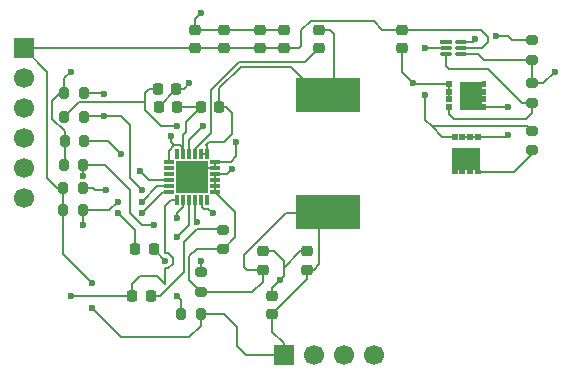
<source format=gbr>
%TF.GenerationSoftware,KiCad,Pcbnew,9.0.2*%
%TF.CreationDate,2025-07-03T13:44:50+05:30*%
%TF.ProjectId,Battery Charger and Protection,42617474-6572-4792-9043-686172676572,rev?*%
%TF.SameCoordinates,Original*%
%TF.FileFunction,Copper,L1,Top*%
%TF.FilePolarity,Positive*%
%FSLAX46Y46*%
G04 Gerber Fmt 4.6, Leading zero omitted, Abs format (unit mm)*
G04 Created by KiCad (PCBNEW 9.0.2) date 2025-07-03 13:44:50*
%MOMM*%
%LPD*%
G01*
G04 APERTURE LIST*
G04 Aperture macros list*
%AMRoundRect*
0 Rectangle with rounded corners*
0 $1 Rounding radius*
0 $2 $3 $4 $5 $6 $7 $8 $9 X,Y pos of 4 corners*
0 Add a 4 corners polygon primitive as box body*
4,1,4,$2,$3,$4,$5,$6,$7,$8,$9,$2,$3,0*
0 Add four circle primitives for the rounded corners*
1,1,$1+$1,$2,$3*
1,1,$1+$1,$4,$5*
1,1,$1+$1,$6,$7*
1,1,$1+$1,$8,$9*
0 Add four rect primitives between the rounded corners*
20,1,$1+$1,$2,$3,$4,$5,0*
20,1,$1+$1,$4,$5,$6,$7,0*
20,1,$1+$1,$6,$7,$8,$9,0*
20,1,$1+$1,$8,$9,$2,$3,0*%
G04 Aperture macros list end*
%TA.AperFunction,SMDPad,CuDef*%
%ADD10RoundRect,0.225000X0.250000X-0.225000X0.250000X0.225000X-0.250000X0.225000X-0.250000X-0.225000X0*%
%TD*%
%TA.AperFunction,SMDPad,CuDef*%
%ADD11RoundRect,0.200000X0.275000X-0.200000X0.275000X0.200000X-0.275000X0.200000X-0.275000X-0.200000X0*%
%TD*%
%TA.AperFunction,SMDPad,CuDef*%
%ADD12RoundRect,0.225000X-0.225000X-0.250000X0.225000X-0.250000X0.225000X0.250000X-0.225000X0.250000X0*%
%TD*%
%TA.AperFunction,SMDPad,CuDef*%
%ADD13RoundRect,0.200000X-0.200000X-0.275000X0.200000X-0.275000X0.200000X0.275000X-0.200000X0.275000X0*%
%TD*%
%TA.AperFunction,SMDPad,CuDef*%
%ADD14RoundRect,0.200000X-0.275000X0.200000X-0.275000X-0.200000X0.275000X-0.200000X0.275000X0.200000X0*%
%TD*%
%TA.AperFunction,SMDPad,CuDef*%
%ADD15RoundRect,0.225000X0.225000X0.250000X-0.225000X0.250000X-0.225000X-0.250000X0.225000X-0.250000X0*%
%TD*%
%TA.AperFunction,ComponentPad*%
%ADD16R,1.700000X1.700000*%
%TD*%
%TA.AperFunction,ComponentPad*%
%ADD17C,1.700000*%
%TD*%
%TA.AperFunction,SMDPad,CuDef*%
%ADD18RoundRect,0.032500X-0.412500X-0.097500X0.412500X-0.097500X0.412500X0.097500X-0.412500X0.097500X0*%
%TD*%
%TA.AperFunction,SMDPad,CuDef*%
%ADD19RoundRect,0.032500X-0.097500X-0.412500X0.097500X-0.412500X0.097500X0.412500X-0.097500X0.412500X0*%
%TD*%
%TA.AperFunction,SMDPad,CuDef*%
%ADD20R,2.700000X2.700000*%
%TD*%
%TA.AperFunction,SMDPad,CuDef*%
%ADD21RoundRect,0.225000X-0.250000X0.225000X-0.250000X-0.225000X0.250000X-0.225000X0.250000X0.225000X0*%
%TD*%
%TA.AperFunction,SMDPad,CuDef*%
%ADD22R,0.500000X0.630000*%
%TD*%
%TA.AperFunction,SMDPad,CuDef*%
%ADD23R,0.500000X0.410000*%
%TD*%
%TA.AperFunction,SMDPad,CuDef*%
%ADD24R,2.450000X1.900000*%
%TD*%
%TA.AperFunction,SMDPad,CuDef*%
%ADD25RoundRect,0.033750X-0.476250X-0.101250X0.476250X-0.101250X0.476250X0.101250X-0.476250X0.101250X0*%
%TD*%
%TA.AperFunction,SMDPad,CuDef*%
%ADD26RoundRect,0.033750X-0.436250X-0.101250X0.436250X-0.101250X0.436250X0.101250X-0.436250X0.101250X0*%
%TD*%
%TA.AperFunction,SMDPad,CuDef*%
%ADD27RoundRect,0.218750X-0.218750X-0.256250X0.218750X-0.256250X0.218750X0.256250X-0.218750X0.256250X0*%
%TD*%
%TA.AperFunction,SMDPad,CuDef*%
%ADD28RoundRect,0.200000X0.200000X0.275000X-0.200000X0.275000X-0.200000X-0.275000X0.200000X-0.275000X0*%
%TD*%
%TA.AperFunction,SMDPad,CuDef*%
%ADD29R,5.400000X2.900000*%
%TD*%
%TA.AperFunction,SMDPad,CuDef*%
%ADD30R,0.630000X0.500000*%
%TD*%
%TA.AperFunction,SMDPad,CuDef*%
%ADD31R,0.410000X0.500000*%
%TD*%
%TA.AperFunction,SMDPad,CuDef*%
%ADD32R,1.900000X2.450000*%
%TD*%
%TA.AperFunction,ViaPad*%
%ADD33C,0.600000*%
%TD*%
%TA.AperFunction,Conductor*%
%ADD34C,0.200000*%
%TD*%
G04 APERTURE END LIST*
D10*
%TO.P,C206,1*%
%TO.N,VCC*%
X70000000Y-66775000D03*
%TO.P,C206,2*%
%TO.N,GND*%
X70000000Y-65225000D03*
%TD*%
D11*
%TO.P,R204,1*%
%TO.N,VCC*%
X62860000Y-65035000D03*
%TO.P,R204,2*%
%TO.N,Net-(D202-A)*%
X62860000Y-63385000D03*
%TD*%
%TO.P,R202,1*%
%TO.N,VCC*%
X61000000Y-68650000D03*
%TO.P,R202,2*%
%TO.N,Net-(D201-A)*%
X61000000Y-67000000D03*
%TD*%
D12*
%TO.P,C207,1*%
%TO.N,/REGN*%
X57389278Y-51464141D03*
%TO.P,C207,2*%
%TO.N,GND*%
X58939278Y-51464141D03*
%TD*%
D13*
%TO.P,R203,1*%
%TO.N,GND*%
X49434116Y-51838595D03*
%TO.P,R203,2*%
%TO.N,Net-(U200-TS)*%
X51084116Y-51838595D03*
%TD*%
D14*
%TO.P,R209,1*%
%TO.N,Net-(U2-V-)*%
X89000000Y-47350000D03*
%TO.P,R209,2*%
%TO.N,GND*%
X89000000Y-49000000D03*
%TD*%
D10*
%TO.P,C205,1*%
%TO.N,VCC*%
X66225000Y-66775000D03*
%TO.P,C205,2*%
%TO.N,GND*%
X66225000Y-65225000D03*
%TD*%
%TO.P,C209,1*%
%TO.N,VCC*%
X67000000Y-70550000D03*
%TO.P,C209,2*%
%TO.N,GND*%
X67000000Y-69000000D03*
%TD*%
D14*
%TO.P,R211,1*%
%TO.N,Net-(U2-COUT)*%
X89000000Y-55000000D03*
%TO.P,R211,2*%
%TO.N,Net-(Q2-Pad5)*%
X89000000Y-56650000D03*
%TD*%
D15*
%TO.P,C208,1*%
%TO.N,VCC*%
X58996887Y-52985536D03*
%TO.P,C208,2*%
%TO.N,GND*%
X57446887Y-52985536D03*
%TD*%
D13*
%TO.P,R201,1*%
%TO.N,/REGN*%
X49434116Y-53838595D03*
%TO.P,R201,2*%
%TO.N,Net-(U200-TS)*%
X51084116Y-53838595D03*
%TD*%
%TO.P,R206,1*%
%TO.N,GND*%
X49384010Y-57905946D03*
%TO.P,R206,2*%
%TO.N,/CE*%
X51034010Y-57905946D03*
%TD*%
D16*
%TO.P,J2,1,Pin_1*%
%TO.N,VCC*%
X46000000Y-48000000D03*
D17*
%TO.P,J2,2,Pin_2*%
%TO.N,GND*%
X46000000Y-50540000D03*
%TO.P,J2,3,Pin_3*%
%TO.N,/SDA*%
X46000000Y-53080000D03*
%TO.P,J2,4,Pin_4*%
%TO.N,/SCL*%
X46000000Y-55620000D03*
%TO.P,J2,5,Pin_5*%
%TO.N,/INT*%
X46000000Y-58160000D03*
%TO.P,J2,6,Pin_6*%
%TO.N,/CE*%
X46000000Y-60700000D03*
%TD*%
D18*
%TO.P,U200,1,VBUS*%
%TO.N,VCC*%
X58305000Y-57695000D03*
%TO.P,U200,2,D+*%
%TO.N,/BC_D_P*%
X58305000Y-58195000D03*
%TO.P,U200,3,D-*%
%TO.N,/BC_D_M*%
X58305000Y-58695000D03*
%TO.P,U200,4,STAT*%
%TO.N,Net-(D201-K)*%
X58305000Y-59195000D03*
%TO.P,U200,5,SCL*%
%TO.N,/SCL*%
X58305000Y-59695000D03*
%TO.P,U200,6,SDA*%
%TO.N,/SDA*%
X58305000Y-60195000D03*
D19*
%TO.P,U200,7,INT*%
%TO.N,/INT*%
X59000000Y-60890000D03*
%TO.P,U200,8,OTG*%
%TO.N,Net-(U200-OTG)*%
X59500000Y-60890000D03*
%TO.P,U200,9,~{CE}*%
%TO.N,/CE*%
X60000000Y-60890000D03*
%TO.P,U200,10,ILIM*%
%TO.N,Net-(U200-ILIM)*%
X60500000Y-60890000D03*
%TO.P,U200,11,TS*%
%TO.N,Net-(U200-TS)*%
X61000000Y-60890000D03*
%TO.P,U200,12,~{QON}*%
%TO.N,unconnected-(U200-~{QON}-Pad12)*%
X61500000Y-60890000D03*
D18*
%TO.P,U200,13,BAT_13*%
%TO.N,VCC*%
X62195000Y-60195000D03*
%TO.P,U200,14,BAT_14*%
X62195000Y-59695000D03*
%TO.P,U200,15,SYS*%
X62195000Y-59195000D03*
%TO.P,U200,16,SYS*%
X62195000Y-58695000D03*
%TO.P,U200,17,PGND*%
%TO.N,GND*%
X62195000Y-58195000D03*
%TO.P,U200,18,PGND*%
X62195000Y-57695000D03*
D19*
%TO.P,U200,19,SW*%
%TO.N,Net-(D200-A)*%
X61500000Y-57000000D03*
%TO.P,U200,20,SW*%
X61000000Y-57000000D03*
%TO.P,U200,21,BTST*%
%TO.N,Net-(U200-BTST)*%
X60500000Y-57000000D03*
%TO.P,U200,22,REGN*%
%TO.N,/REGN*%
X60000000Y-57000000D03*
%TO.P,U200,23,PMID*%
%TO.N,VCC*%
X59500000Y-57000000D03*
%TO.P,U200,24,DSEL*%
%TO.N,unconnected-(U200-DSEL-Pad24)*%
X59000000Y-57000000D03*
D20*
%TO.P,U200,25,PowerPAD*%
%TO.N,GND*%
X60250000Y-58945000D03*
%TD*%
D11*
%TO.P,R210,1*%
%TO.N,Net-(U2-DOUT)*%
X89000000Y-52650000D03*
%TO.P,R210,2*%
%TO.N,GND*%
X89000000Y-51000000D03*
%TD*%
D10*
%TO.P,C201,1*%
%TO.N,VCC*%
X62980000Y-48000000D03*
%TO.P,C201,2*%
%TO.N,GND*%
X62980000Y-46450000D03*
%TD*%
D21*
%TO.P,C210,1*%
%TO.N,VCC*%
X78000000Y-46450000D03*
%TO.P,C210,2*%
%TO.N,GND*%
X78000000Y-48000000D03*
%TD*%
D10*
%TO.P,C203,1*%
%TO.N,VCC*%
X68000000Y-48000000D03*
%TO.P,C203,2*%
%TO.N,GND*%
X68000000Y-46450000D03*
%TD*%
D22*
%TO.P,Q2,1*%
%TO.N,Net-(Q1-Pad5)*%
X84430000Y-55540000D03*
%TO.P,Q2,2*%
X83780000Y-55540000D03*
%TO.P,Q2,3*%
X83130000Y-55540000D03*
%TO.P,Q2,4*%
%TO.N,Net-(U2-COUT)*%
X82480000Y-55540000D03*
D23*
%TO.P,Q2,5*%
%TO.N,Net-(Q2-Pad5)*%
X82480000Y-58520000D03*
%TO.P,Q2,6*%
X83130000Y-58520000D03*
%TO.P,Q2,7*%
X83780000Y-58520000D03*
%TO.P,Q2,8*%
X84430000Y-58520000D03*
D24*
%TO.P,Q2,9*%
X83455000Y-57365000D03*
%TD*%
D25*
%TO.P,U2,1,NC*%
%TO.N,unconnected-(U2-NC-Pad1)*%
X81780000Y-47500000D03*
D26*
%TO.P,U2,2,COUT*%
%TO.N,Net-(U2-COUT)*%
X81740000Y-48000000D03*
%TO.P,U2,3,DOUT*%
%TO.N,Net-(U2-DOUT)*%
X81740000Y-48500000D03*
%TO.P,U2,4,VSS*%
%TO.N,GND*%
X83000000Y-48500000D03*
%TO.P,U2,5,BAT*%
%TO.N,VCC*%
X83000000Y-48000000D03*
%TO.P,U2,6,V-*%
%TO.N,Net-(U2-V-)*%
X83000000Y-47500000D03*
%TD*%
D13*
%TO.P,R208,1*%
%TO.N,VCC*%
X49342089Y-61754104D03*
%TO.P,R208,2*%
%TO.N,/SCL*%
X50992089Y-61754104D03*
%TD*%
D16*
%TO.P,J6,1,Pin_1*%
%TO.N,VCC*%
X68000000Y-74000000D03*
D17*
%TO.P,J6,2,Pin_2*%
%TO.N,GND*%
X70540000Y-74000000D03*
%TO.P,J6,3,Pin_3*%
X73080000Y-74000000D03*
%TO.P,J6,4,Pin_4*%
X75620000Y-74000000D03*
%TD*%
D27*
%TO.P,D202,1,K*%
%TO.N,/INT*%
X55212500Y-69000000D03*
%TO.P,D202,2,A*%
%TO.N,Net-(D202-A)*%
X56787500Y-69000000D03*
%TD*%
D13*
%TO.P,R207,1*%
%TO.N,VCC*%
X49353315Y-59832228D03*
%TO.P,R207,2*%
%TO.N,/SDA*%
X51003315Y-59832228D03*
%TD*%
D10*
%TO.P,C200,1*%
%TO.N,VCC*%
X60470000Y-48000000D03*
%TO.P,C200,2*%
%TO.N,GND*%
X60470000Y-46450000D03*
%TD*%
%TO.P,C202,1*%
%TO.N,VCC*%
X66000000Y-48000000D03*
%TO.P,C202,2*%
%TO.N,GND*%
X66000000Y-46450000D03*
%TD*%
D13*
%TO.P,R200,1*%
%TO.N,GND*%
X49457161Y-55838595D03*
%TO.P,R200,2*%
%TO.N,Net-(U200-ILIM)*%
X51107161Y-55838595D03*
%TD*%
D28*
%TO.P,R205,1*%
%TO.N,VCC*%
X60989051Y-70556827D03*
%TO.P,R205,2*%
%TO.N,Net-(U200-OTG)*%
X59339051Y-70556827D03*
%TD*%
D10*
%TO.P,C204,1*%
%TO.N,Net-(U200-BTST)*%
X71000000Y-48000000D03*
%TO.P,C204,2*%
%TO.N,Net-(D200-A)*%
X71000000Y-46450000D03*
%TD*%
D29*
%TO.P,L200,1,1*%
%TO.N,Net-(D200-A)*%
X71760000Y-51970000D03*
%TO.P,L200,2,2*%
%TO.N,VCC*%
X71760000Y-61870000D03*
%TD*%
D27*
%TO.P,D201,1,K*%
%TO.N,Net-(D201-K)*%
X55425000Y-65000000D03*
%TO.P,D201,2,A*%
%TO.N,Net-(D201-A)*%
X57000000Y-65000000D03*
%TD*%
D30*
%TO.P,Q1,1*%
%TO.N,GND*%
X82020000Y-51050000D03*
%TO.P,Q1,2*%
X82020000Y-51700000D03*
%TO.P,Q1,3*%
X82020000Y-52350000D03*
%TO.P,Q1,4*%
%TO.N,Net-(U2-DOUT)*%
X82020000Y-53000000D03*
D31*
%TO.P,Q1,5*%
%TO.N,Net-(Q1-Pad5)*%
X85000000Y-53000000D03*
%TO.P,Q1,6*%
X85000000Y-52350000D03*
%TO.P,Q1,7*%
X85000000Y-51700000D03*
%TO.P,Q1,8*%
X85000000Y-51050000D03*
D32*
%TO.P,Q1,9*%
X83845000Y-52025000D03*
%TD*%
D27*
%TO.P,D200,1,K*%
%TO.N,VCC*%
X61000000Y-53000000D03*
%TO.P,D200,2,A*%
%TO.N,Net-(D200-A)*%
X62575000Y-53000000D03*
%TD*%
D33*
%TO.N,GND*%
X60210000Y-58110000D03*
X59410000Y-58910000D03*
X60270000Y-59720000D03*
X64000000Y-56000000D03*
X79000000Y-51000000D03*
X91000000Y-50000000D03*
X60980000Y-58110000D03*
X67729692Y-67609692D03*
X60990000Y-58920000D03*
X59460000Y-59710000D03*
X60220000Y-58920000D03*
X61040000Y-59720000D03*
X50000000Y-50000000D03*
X59400000Y-58100000D03*
X61000000Y-45000000D03*
X60000000Y-51000000D03*
%TO.N,VCC*%
X58465421Y-55487872D03*
X51790000Y-67880000D03*
X51810000Y-70020000D03*
X63655868Y-58261714D03*
%TO.N,/CE*%
X59000000Y-64000000D03*
X57000000Y-63000000D03*
X51046232Y-58857228D03*
%TO.N,/INT*%
X50000000Y-69000000D03*
%TO.N,/SDA*%
X56000000Y-62000000D03*
X53000000Y-60000000D03*
%TO.N,/SCL*%
X50992089Y-63000000D03*
X54000000Y-61000000D03*
X56000000Y-61000000D03*
%TO.N,/REGN*%
X58998442Y-54618753D03*
X61150016Y-54625784D03*
%TO.N,Net-(U2-COUT)*%
X80000000Y-48000000D03*
X80000000Y-52000000D03*
%TO.N,Net-(U2-V-)*%
X84254483Y-47254483D03*
X86000000Y-47000000D03*
%TO.N,Net-(Q1-Pad5)*%
X87000000Y-53000000D03*
X87010000Y-55370000D03*
%TO.N,Net-(D201-A)*%
X61000000Y-66000000D03*
X58000000Y-66000000D03*
%TO.N,Net-(D201-K)*%
X55857817Y-58410929D03*
X54000000Y-62000000D03*
%TO.N,Net-(U200-ILIM)*%
X54254683Y-56994525D03*
X60715634Y-62696097D03*
%TO.N,Net-(U200-TS)*%
X56000000Y-60000000D03*
X52785144Y-53785144D03*
X62000000Y-62000000D03*
X52785144Y-51893327D03*
%TO.N,Net-(U200-OTG)*%
X59000000Y-62400000D03*
X59000000Y-69000000D03*
%TD*%
D34*
%TO.N,GND*%
X89000000Y-51000000D02*
X90000000Y-51000000D01*
X49061405Y-51838595D02*
X48401000Y-52499000D01*
X49457161Y-55050704D02*
X49457161Y-55838595D01*
X66000000Y-46450000D02*
X68000000Y-46450000D01*
X49434116Y-51838595D02*
X49434116Y-50565884D01*
X63519286Y-57660714D02*
X62229286Y-57660714D01*
X78000000Y-50000000D02*
X79000000Y-51000000D01*
X82020000Y-51700000D02*
X82020000Y-52350000D01*
X64000000Y-57180000D02*
X63519286Y-57660714D01*
X70000000Y-65225000D02*
X69413288Y-65225000D01*
X60470000Y-45530000D02*
X61000000Y-45000000D01*
X49434116Y-51838595D02*
X49061405Y-51838595D01*
X85000000Y-49000000D02*
X89000000Y-49000000D01*
X83000000Y-48500000D02*
X84500000Y-48500000D01*
X67225000Y-65225000D02*
X68000000Y-66000000D01*
X49457161Y-57832795D02*
X49384010Y-57905946D01*
X62195000Y-57695000D02*
X62195000Y-58195000D01*
X66225000Y-65225000D02*
X67225000Y-65225000D01*
X90000000Y-51000000D02*
X91000000Y-50000000D01*
X57446887Y-52956532D02*
X58939278Y-51464141D01*
X48401000Y-53994543D02*
X49457161Y-55050704D01*
X62229286Y-57660714D02*
X62195000Y-57695000D01*
X67729692Y-67609692D02*
X67000000Y-68339384D01*
X62980000Y-46450000D02*
X66000000Y-46450000D01*
X49457161Y-55838595D02*
X49457161Y-57832795D01*
X61000000Y-58195000D02*
X60250000Y-58945000D01*
X58939278Y-51464141D02*
X59535859Y-51464141D01*
X68000000Y-67339384D02*
X67729692Y-67609692D01*
X68000000Y-66638288D02*
X68000000Y-67339384D01*
X82020000Y-51050000D02*
X82020000Y-51700000D01*
X79050000Y-51050000D02*
X82020000Y-51050000D01*
X69413288Y-65225000D02*
X68000000Y-66638288D01*
X57446887Y-52985536D02*
X57446887Y-52956532D01*
X68000000Y-66000000D02*
X68000000Y-66638288D01*
X49434116Y-50565884D02*
X50000000Y-50000000D01*
X67000000Y-68339384D02*
X67000000Y-69000000D01*
X48401000Y-52499000D02*
X48401000Y-53994543D01*
X60470000Y-46450000D02*
X60470000Y-45530000D01*
X60470000Y-46450000D02*
X62980000Y-46450000D01*
X59535859Y-51464141D02*
X60000000Y-51000000D01*
X62195000Y-58195000D02*
X61000000Y-58195000D01*
X79000000Y-51000000D02*
X79050000Y-51050000D01*
X64000000Y-56000000D02*
X64000000Y-57180000D01*
X89000000Y-49000000D02*
X89000000Y-51000000D01*
X84500000Y-48500000D02*
X85000000Y-49000000D01*
X78000000Y-48000000D02*
X78000000Y-50000000D01*
%TO.N,VCC*%
X67000000Y-72020000D02*
X67000000Y-70550000D01*
X76380000Y-46450000D02*
X75629000Y-45699000D01*
X71010000Y-66330000D02*
X71010000Y-65785000D01*
X70000000Y-67550000D02*
X70000000Y-66775000D01*
X63920000Y-61920000D02*
X63920000Y-64010000D01*
X62860000Y-65035000D02*
X62490000Y-65035000D01*
X59500000Y-55339836D02*
X59500000Y-57000000D01*
X58465421Y-55955963D02*
X58763458Y-56254000D01*
X70301000Y-45699000D02*
X69520000Y-46480000D01*
X58305000Y-56712458D02*
X58305000Y-57695000D01*
X54250000Y-72460000D02*
X60030000Y-72460000D01*
X71000000Y-65775000D02*
X71000000Y-62630000D01*
X62195000Y-59195000D02*
X62195000Y-58695000D01*
X71000000Y-62630000D02*
X71760000Y-61870000D01*
X51810000Y-70020000D02*
X54250000Y-72460000D01*
X69320000Y-48020000D02*
X69300000Y-48000000D01*
X49342089Y-65432089D02*
X51790000Y-67880000D01*
X62455000Y-65000000D02*
X60650000Y-65000000D01*
X69520000Y-47820000D02*
X69320000Y-48020000D01*
X68224890Y-62000000D02*
X65449000Y-64775890D01*
X60470000Y-48000000D02*
X62980000Y-48000000D01*
X71010000Y-65785000D02*
X71000000Y-65775000D01*
X62195000Y-60195000D02*
X62195000Y-59695000D01*
X68000000Y-73020000D02*
X67000000Y-72020000D01*
X46000000Y-48000000D02*
X60470000Y-48000000D01*
X85306262Y-47071870D02*
X85306262Y-47528903D01*
X60000000Y-67650000D02*
X61000000Y-68650000D01*
X48000000Y-59000000D02*
X48000000Y-50000000D01*
X62195000Y-58695000D02*
X63222582Y-58695000D01*
X49353315Y-61742878D02*
X49342089Y-61754104D01*
X62930000Y-65000000D02*
X62895000Y-65000000D01*
X64925000Y-66775000D02*
X66225000Y-66775000D01*
X59500000Y-57000000D02*
X59500000Y-56517458D01*
X64050000Y-73240000D02*
X64050000Y-71660000D01*
X59500000Y-56517458D02*
X59236542Y-56254000D01*
X62195000Y-59695000D02*
X62195000Y-59195000D01*
X64680000Y-65530000D02*
X64680000Y-66530000D01*
X75629000Y-45699000D02*
X70301000Y-45699000D01*
X62490000Y-65035000D02*
X62455000Y-65000000D01*
X65434110Y-64775890D02*
X64680000Y-65530000D01*
X62980000Y-48000000D02*
X66000000Y-48000000D01*
X59236542Y-56254000D02*
X58763458Y-56254000D01*
X60030000Y-72460000D02*
X60989051Y-71500949D01*
X68000000Y-74000000D02*
X64810000Y-74000000D01*
X63222582Y-58695000D02*
X63655868Y-58261714D01*
X69300000Y-48000000D02*
X68000000Y-48000000D01*
X78000000Y-46450000D02*
X76380000Y-46450000D01*
X70565000Y-66775000D02*
X71010000Y-66330000D01*
X65363859Y-68650000D02*
X61000000Y-68650000D01*
X69520000Y-46480000D02*
X69520000Y-47820000D01*
X49353315Y-59832228D02*
X48832228Y-59832228D01*
X78000000Y-46450000D02*
X84684392Y-46450000D01*
X61000000Y-53000000D02*
X59011351Y-53000000D01*
X49353315Y-59832228D02*
X49353315Y-61742878D01*
X58763458Y-56254000D02*
X58305000Y-56712458D01*
X68000000Y-74000000D02*
X68000000Y-73020000D01*
X66225000Y-66775000D02*
X66225000Y-67788859D01*
X84684392Y-46450000D02*
X85306262Y-47071870D01*
X84835165Y-48000000D02*
X83000000Y-48000000D01*
X58465421Y-55487872D02*
X58465421Y-55955963D01*
X48832228Y-59832228D02*
X48000000Y-59000000D01*
X71760000Y-61870000D02*
X71630000Y-62000000D01*
X64680000Y-66530000D02*
X64925000Y-66775000D01*
X67000000Y-70550000D02*
X70000000Y-67550000D01*
X70000000Y-66775000D02*
X70565000Y-66775000D01*
X62895000Y-65000000D02*
X62860000Y-65035000D01*
X59011351Y-53000000D02*
X58996887Y-52985536D01*
X66225000Y-67788859D02*
X65363859Y-68650000D01*
X59704685Y-55135151D02*
X59500000Y-55339836D01*
X71630000Y-62000000D02*
X68224890Y-62000000D01*
X60989051Y-71500949D02*
X60989051Y-70556827D01*
X64810000Y-74000000D02*
X64050000Y-73240000D01*
X48000000Y-50000000D02*
X46000000Y-48000000D01*
X59704685Y-54295315D02*
X59704685Y-55135151D01*
X65449000Y-64775890D02*
X65434110Y-64775890D01*
X62195000Y-60195000D02*
X63920000Y-61920000D01*
X61000000Y-53000000D02*
X59704685Y-54295315D01*
X85306262Y-47528903D02*
X84835165Y-48000000D01*
X63920000Y-64010000D02*
X62930000Y-65000000D01*
X60650000Y-65000000D02*
X60000000Y-65650000D01*
X60000000Y-65650000D02*
X60000000Y-67650000D01*
X64050000Y-71660000D02*
X62946827Y-70556827D01*
X62946827Y-70556827D02*
X60989051Y-70556827D01*
X49342089Y-61754104D02*
X49342089Y-65432089D01*
X66000000Y-48000000D02*
X68000000Y-48000000D01*
%TO.N,/CE*%
X55000000Y-60000000D02*
X52905946Y-57905946D01*
X51046232Y-57918168D02*
X51034010Y-57905946D01*
X52905946Y-57905946D02*
X51034010Y-57905946D01*
X60000000Y-63000000D02*
X60000000Y-60890000D01*
X51034010Y-57905946D02*
X51034010Y-57514583D01*
X56000000Y-63000000D02*
X55000000Y-62000000D01*
X55000000Y-62000000D02*
X55000000Y-60000000D01*
X57000000Y-63000000D02*
X56000000Y-63000000D01*
X51046232Y-58857228D02*
X51046232Y-57918168D01*
X59000000Y-64000000D02*
X60000000Y-63000000D01*
%TO.N,/INT*%
X55212500Y-69000000D02*
X55212500Y-67957500D01*
X55860000Y-67310000D02*
X57310000Y-67310000D01*
X55212500Y-67957500D02*
X55860000Y-67310000D01*
X58000000Y-61400000D02*
X58510000Y-60890000D01*
X58248943Y-65399000D02*
X58000000Y-65399000D01*
X58000000Y-65399000D02*
X58000000Y-61400000D01*
X50000000Y-69000000D02*
X55212500Y-69000000D01*
X58601000Y-66248943D02*
X58601000Y-65751057D01*
X57310000Y-67310000D02*
X58000000Y-68000000D01*
X58000000Y-68000000D02*
X58000000Y-66601000D01*
X58000000Y-66601000D02*
X58248943Y-66601000D01*
X58510000Y-60890000D02*
X59000000Y-60890000D01*
X58248943Y-66601000D02*
X58601000Y-66248943D01*
X58601000Y-65751057D02*
X58248943Y-65399000D01*
%TO.N,/SDA*%
X57805000Y-60195000D02*
X58305000Y-60195000D01*
X51832228Y-59832228D02*
X51003315Y-59832228D01*
X53000000Y-60000000D02*
X52000000Y-60000000D01*
X56000000Y-62000000D02*
X57805000Y-60195000D01*
X52000000Y-60000000D02*
X51832228Y-59832228D01*
%TO.N,/SCL*%
X50992089Y-63000000D02*
X50992089Y-61754104D01*
X54000000Y-61000000D02*
X53245896Y-61754104D01*
X56000000Y-61000000D02*
X57305000Y-59695000D01*
X53245896Y-61754104D02*
X50992089Y-61754104D01*
X57305000Y-59695000D02*
X58305000Y-59695000D01*
%TO.N,/REGN*%
X56238824Y-52614595D02*
X56238824Y-51841176D01*
X57618753Y-54618753D02*
X58998442Y-54618753D01*
X56238824Y-51841176D02*
X56615859Y-51464141D01*
X56238824Y-53238824D02*
X57599000Y-54599000D01*
X56615859Y-51464141D02*
X57389278Y-51464141D01*
X60000000Y-55775800D02*
X60000000Y-57000000D01*
X50658116Y-52614595D02*
X56238824Y-52614595D01*
X61150016Y-54625784D02*
X60000000Y-55775800D01*
X56238824Y-52614595D02*
X56238824Y-53238824D01*
X49434116Y-53838595D02*
X50658116Y-52614595D01*
X57599000Y-54599000D02*
X57618753Y-54618753D01*
%TO.N,Net-(U2-DOUT)*%
X89000000Y-52650000D02*
X88150000Y-52650000D01*
X82040000Y-49800000D02*
X81740000Y-49500000D01*
X89000000Y-53540000D02*
X88540000Y-54000000D01*
X88150000Y-52650000D02*
X85300000Y-49800000D01*
X81740000Y-49500000D02*
X81740000Y-48500000D01*
X82420000Y-54000000D02*
X82020000Y-53600000D01*
X82020000Y-53600000D02*
X82020000Y-53000000D01*
X89000000Y-52650000D02*
X89000000Y-53540000D01*
X85300000Y-49800000D02*
X82040000Y-49800000D01*
X88540000Y-54000000D02*
X82420000Y-54000000D01*
%TO.N,Net-(U2-COUT)*%
X89000000Y-55000000D02*
X88615000Y-54615000D01*
X88615000Y-54615000D02*
X80535000Y-54615000D01*
X80000000Y-54080000D02*
X80000000Y-52000000D01*
X80535000Y-54615000D02*
X80000000Y-54080000D01*
X82480000Y-55540000D02*
X81460000Y-55540000D01*
X80000000Y-48000000D02*
X81740000Y-48000000D01*
X81460000Y-55540000D02*
X80535000Y-54615000D01*
%TO.N,Net-(U2-V-)*%
X83000000Y-47500000D02*
X84008965Y-47500000D01*
X87350000Y-47350000D02*
X89000000Y-47350000D01*
X86000000Y-47000000D02*
X87000000Y-47000000D01*
X84008965Y-47500000D02*
X84254483Y-47254483D01*
X84254483Y-47254483D02*
X84282808Y-47226157D01*
X87000000Y-47000000D02*
X87350000Y-47350000D01*
%TO.N,Net-(Q1-Pad5)*%
X86840000Y-55540000D02*
X87010000Y-55370000D01*
X87000000Y-53000000D02*
X85000000Y-53000000D01*
X84430000Y-55540000D02*
X86840000Y-55540000D01*
X83130000Y-55540000D02*
X83780000Y-55540000D01*
X83780000Y-55540000D02*
X84430000Y-55540000D01*
%TO.N,Net-(Q2-Pad5)*%
X89000000Y-56650000D02*
X89000000Y-57020000D01*
X89000000Y-57020000D02*
X87500000Y-58520000D01*
X87500000Y-58520000D02*
X84430000Y-58520000D01*
%TO.N,Net-(D200-A)*%
X71760000Y-51340000D02*
X72310000Y-50790000D01*
X61500000Y-57000000D02*
X61000000Y-57000000D01*
X71730000Y-52000000D02*
X71000000Y-52000000D01*
X72310000Y-46850000D02*
X71910000Y-46450000D01*
X61500000Y-56290000D02*
X61500000Y-57000000D01*
X63000000Y-56000000D02*
X61690000Y-56000000D01*
X71760000Y-51970000D02*
X71760000Y-51340000D01*
X63139069Y-53000000D02*
X63676961Y-53537892D01*
X71000000Y-52000000D02*
X68601000Y-49601000D01*
X68601000Y-49601000D02*
X64399000Y-49601000D01*
X63676961Y-53537892D02*
X63676961Y-55323039D01*
X63676961Y-55323039D02*
X63000000Y-56000000D01*
X71910000Y-46450000D02*
X71000000Y-46450000D01*
X61450000Y-56240000D02*
X61500000Y-56290000D01*
X62575000Y-53000000D02*
X63139069Y-53000000D01*
X61690000Y-56000000D02*
X61450000Y-56240000D01*
X62575000Y-51425000D02*
X62575000Y-53000000D01*
X64399000Y-49601000D02*
X62575000Y-51425000D01*
X72310000Y-50790000D02*
X72310000Y-46850000D01*
X71760000Y-51970000D02*
X71730000Y-52000000D01*
%TO.N,Net-(U200-BTST)*%
X61836500Y-51596400D02*
X61836500Y-55180958D01*
X61836500Y-55180958D02*
X60500000Y-56517458D01*
X64232900Y-49200000D02*
X61836500Y-51596400D01*
X69800000Y-49200000D02*
X64232900Y-49200000D01*
X60500000Y-56517458D02*
X60500000Y-57000000D01*
X71000000Y-48000000D02*
X69800000Y-49200000D01*
%TO.N,Net-(D201-A)*%
X61000000Y-66000000D02*
X61000000Y-67000000D01*
X57000000Y-65000000D02*
X58000000Y-66000000D01*
%TO.N,Net-(D201-K)*%
X55425000Y-63425000D02*
X54000000Y-62000000D01*
X55425000Y-65000000D02*
X55425000Y-63425000D01*
X55857817Y-58410929D02*
X56641888Y-59195000D01*
X56641888Y-59195000D02*
X58305000Y-59195000D01*
%TO.N,Net-(D202-A)*%
X57567100Y-69000000D02*
X59599000Y-66968100D01*
X62455000Y-63350000D02*
X62490000Y-63385000D01*
X59599000Y-64401000D02*
X60650000Y-63350000D01*
X62490000Y-63385000D02*
X62860000Y-63385000D01*
X59599000Y-66968100D02*
X59599000Y-64401000D01*
X60650000Y-63350000D02*
X62455000Y-63350000D01*
X56787500Y-69000000D02*
X57567100Y-69000000D01*
%TO.N,Net-(U200-ILIM)*%
X60715634Y-62696097D02*
X60500000Y-62480463D01*
X51107161Y-55838595D02*
X53098753Y-55838595D01*
X53098753Y-55838595D02*
X54254683Y-56994525D01*
X60500000Y-62480463D02*
X60500000Y-60890000D01*
%TO.N,Net-(U200-TS)*%
X52785144Y-53785144D02*
X51137567Y-53785144D01*
X61000000Y-61000000D02*
X61000000Y-60890000D01*
X51137567Y-53785144D02*
X51084116Y-53838595D01*
X51084116Y-51838595D02*
X52730412Y-51838595D01*
X55000000Y-59000000D02*
X56000000Y-60000000D01*
X62000000Y-62000000D02*
X61636000Y-61636000D01*
X61263458Y-61636000D02*
X61069000Y-61441542D01*
X52730412Y-51838595D02*
X52785144Y-51893327D01*
X54278136Y-53785144D02*
X55000000Y-54507008D01*
X52785144Y-53785144D02*
X54278136Y-53785144D01*
X61069000Y-61441542D02*
X61069000Y-61069000D01*
X55000000Y-54507008D02*
X55000000Y-59000000D01*
X61069000Y-61069000D02*
X61000000Y-61000000D01*
X61636000Y-61636000D02*
X61263458Y-61636000D01*
%TO.N,Net-(U200-OTG)*%
X59339051Y-70556827D02*
X59339051Y-69339051D01*
X59339051Y-69339051D02*
X59000000Y-69000000D01*
X59000000Y-62000000D02*
X59500000Y-61500000D01*
X59500000Y-61500000D02*
X59500000Y-60890000D01*
X59000000Y-62400000D02*
X59000000Y-62000000D01*
%TD*%
M02*

</source>
